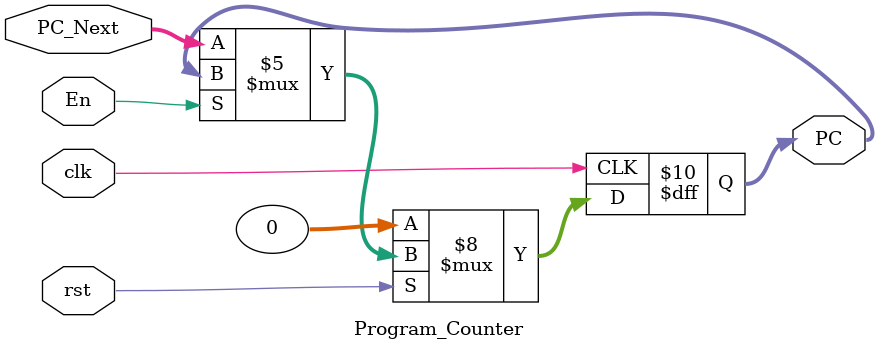
<source format=v>
module Program_Counter(
            input clk,rst,En,
            input [31:0]PC_Next,
            output reg [31:0]PC
    );
    always @(posedge clk)
    begin
        if(~rst)
            PC <= {32{1'b0}};
        else if(~En)
            PC <= PC_Next;
    end
    
    initial PC = 32'b0;
endmodule

</source>
